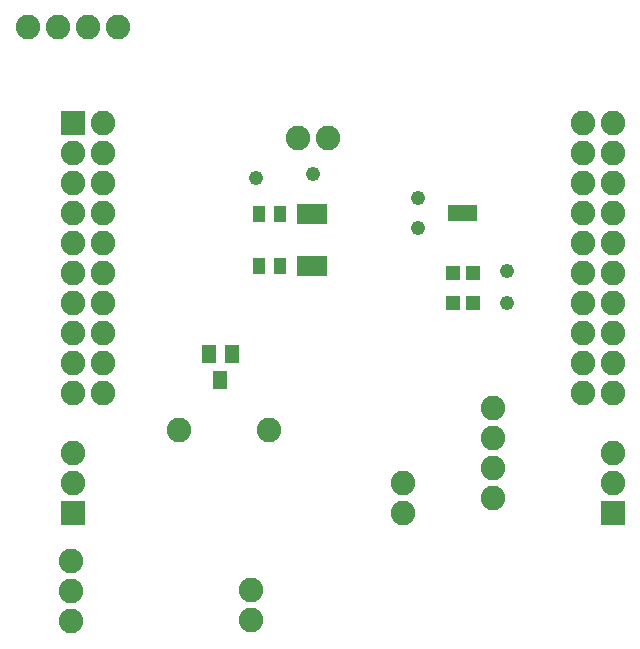
<source format=gbr>
G04 EAGLE Gerber RS-274X export*
G75*
%MOMM*%
%FSLAX34Y34*%
%LPD*%
%INSoldermask Top*%
%IPPOS*%
%AMOC8*
5,1,8,0,0,1.08239X$1,22.5*%
G01*
%ADD10R,2.082800X2.082800*%
%ADD11C,2.082800*%
%ADD12R,0.838200X1.473200*%
%ADD13R,1.303200X1.203200*%
%ADD14R,0.503200X1.653200*%
%ADD15R,1.203200X1.603200*%
%ADD16R,1.003200X1.403200*%
%ADD17C,1.209600*%


D10*
X76200Y457200D03*
D11*
X76200Y431800D03*
X76200Y406400D03*
X76200Y381000D03*
X76200Y355600D03*
X76200Y330200D03*
X76200Y304800D03*
X76200Y279400D03*
X76200Y254000D03*
X76200Y228600D03*
X533400Y431800D03*
X533400Y406400D03*
X533400Y381000D03*
X533400Y355600D03*
X533400Y330200D03*
X533400Y304800D03*
X533400Y279400D03*
X533400Y254000D03*
X533400Y457200D03*
X533400Y228600D03*
X101600Y431800D03*
X101600Y406400D03*
X101600Y381000D03*
X101600Y355600D03*
X101600Y330200D03*
X101600Y304800D03*
X101600Y279400D03*
X101600Y254000D03*
X101600Y228600D03*
X101600Y457200D03*
X508000Y431800D03*
X508000Y406400D03*
X508000Y381000D03*
X508000Y355600D03*
X508000Y330200D03*
X508000Y304800D03*
X508000Y279400D03*
X508000Y254000D03*
X508000Y457200D03*
X508000Y228600D03*
D10*
X533400Y127000D03*
D11*
X533400Y152400D03*
X533400Y177800D03*
D10*
X76200Y127000D03*
D11*
X76200Y152400D03*
X76200Y177800D03*
X266700Y444500D03*
X292100Y444500D03*
D12*
X398272Y381000D03*
X406400Y381000D03*
X414528Y381000D03*
D13*
X397900Y330200D03*
X414900Y330200D03*
X397900Y304800D03*
X414900Y304800D03*
D14*
X288800Y336550D03*
X288800Y380550D03*
X283800Y380550D03*
X283800Y336550D03*
X278800Y336550D03*
X273800Y336550D03*
X268800Y336550D03*
X278800Y380550D03*
X273800Y380550D03*
X268800Y380550D03*
D11*
X431800Y215900D03*
X431800Y190500D03*
X431800Y165100D03*
X431800Y139700D03*
X38100Y538480D03*
X63500Y538480D03*
X88900Y538480D03*
X114300Y538480D03*
X355600Y152400D03*
X355600Y127000D03*
X227330Y61773D03*
X227330Y36373D03*
X74930Y35560D03*
X74930Y60960D03*
X74930Y86360D03*
X166660Y197492D03*
X242660Y197492D03*
D15*
X201290Y239964D03*
X191790Y261964D03*
X210790Y261964D03*
D16*
X251646Y336067D03*
X233646Y336067D03*
X251951Y380594D03*
X233951Y380594D03*
D17*
X231117Y411021D03*
X368300Y393700D03*
X368300Y368300D03*
X443967Y304800D03*
X444017Y331800D03*
X279400Y414020D03*
M02*

</source>
